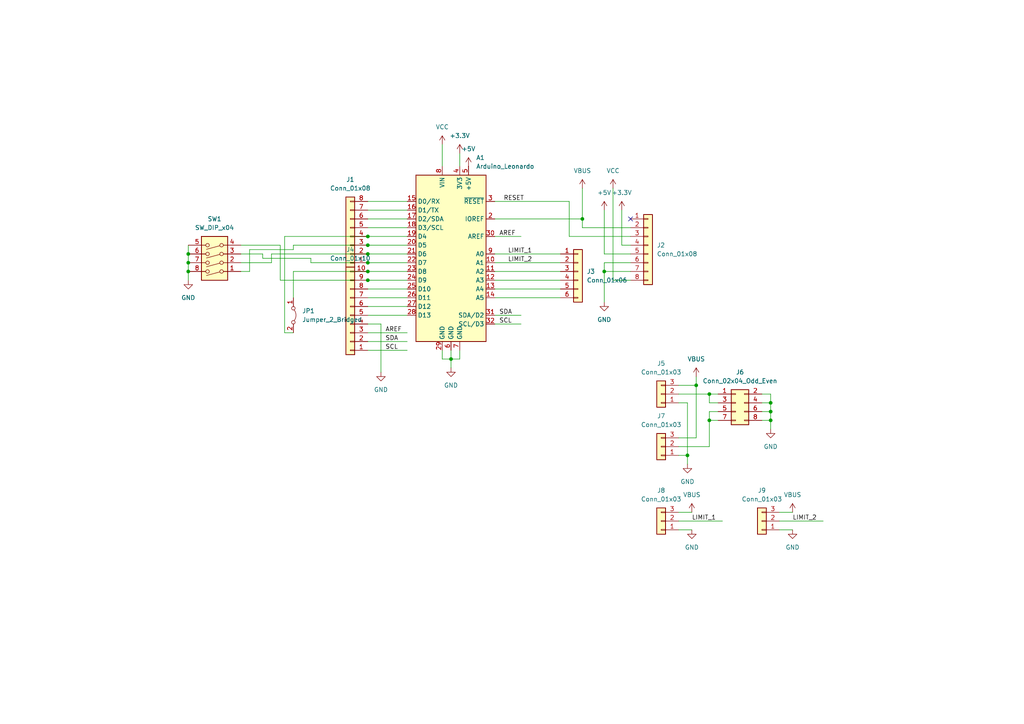
<source format=kicad_sch>
(kicad_sch (version 20231120) (generator "eeschema") (generator_version "8.0")
  (paper "A4")
  (lib_symbols
    (symbol "Connector_Generic:Conn_01x03" (pin_names (offset 1.016) hide)
      (property "Reference" "J" (at 0 5.08 0))
      (property "Value" "Conn_01x03" (at 0 -5.08 0))
      (symbol "Conn_01x03_1_1"
        (rectangle (start -1.27 -2.413) (end 0 -2.667) (stroke (width 0.1524)))
        (rectangle (start -1.27 0.127) (end 0 -0.127) (stroke (width 0.1524)))
        (rectangle (start -1.27 2.667) (end 0 2.413) (stroke (width 0.1524)))
        (rectangle (start -1.27 3.81) (end 1.27 -3.81) (stroke (width 0.254)) (fill (type background)))
        (pin passive line (at -5.08 2.54 0) (length 3.81) (name "Pin_1") (number "1"))
        (pin passive line (at -5.08 0 0) (length 3.81) (name "Pin_2") (number "2"))
        (pin passive line (at -5.08 -2.54 0) (length 3.81) (name "Pin_3") (number "3"))
      )
    )
    (symbol "Connector_Generic:Conn_01x06" (pin_names (offset 1.016) hide)
      (property "Reference" "J" (at 0 7.62 0))
      (property "Value" "Conn_01x06" (at 0 -10.16 0))
      (symbol "Conn_01x06_1_1"
        (rectangle (start -1.27 -7.493) (end 0 -7.747) (stroke (width 0.1524)))
        (rectangle (start -1.27 -4.953) (end 0 -5.207) (stroke (width 0.1524)))
        (rectangle (start -1.27 -2.413) (end 0 -2.667) (stroke (width 0.1524)))
        (rectangle (start -1.27 0.127) (end 0 -0.127) (stroke (width 0.1524)))
        (rectangle (start -1.27 2.667) (end 0 2.413) (stroke (width 0.1524)))
        (rectangle (start -1.27 5.207) (end 0 4.953) (stroke (width 0.1524)))
        (rectangle (start -1.27 6.35) (end 1.27 -8.89) (stroke (width 0.254)) (fill (type background)))
        (pin passive line (at -5.08 5.08 0) (length 3.81) (name "Pin_1") (number "1"))
        (pin passive line (at -5.08 2.54 0) (length 3.81) (name "Pin_2") (number "2"))
        (pin passive line (at -5.08 0 0) (length 3.81) (name "Pin_3") (number "3"))
        (pin passive line (at -5.08 -2.54 0) (length 3.81) (name "Pin_4") (number "4"))
        (pin passive line (at -5.08 -5.08 0) (length 3.81) (name "Pin_5") (number "5"))
        (pin passive line (at -5.08 -7.62 0) (length 3.81) (name "Pin_6") (number "6"))
      )
    )
    (symbol "Connector_Generic:Conn_01x08" (pin_names (offset 1.016) hide)
      (property "Reference" "J" (at 0 10.16 0))
      (property "Value" "Conn_01x08" (at 0 -12.7 0))
      (symbol "Conn_01x08_1_1"
        (rectangle (start -1.27 -10.033) (end 0 -10.287) (stroke (width 0.1524)))
        (rectangle (start -1.27 -7.493) (end 0 -7.747) (stroke (width 0.1524)))
        (rectangle (start -1.27 -4.953) (end 0 -5.207) (stroke (width 0.1524)))
        (rectangle (start -1.27 -2.413) (end 0 -2.667) (stroke (width 0.1524)))
        (rectangle (start -1.27 0.127) (end 0 -0.127) (stroke (width 0.1524)))
        (rectangle (start -1.27 2.667) (end 0 2.413) (stroke (width 0.1524)))
        (rectangle (start -1.27 5.207) (end 0 4.953) (stroke (width 0.1524)))
        (rectangle (start -1.27 7.747) (end 0 7.493) (stroke (width 0.1524)))
        (rectangle (start -1.27 8.89) (end 1.27 -11.43) (stroke (width 0.254)) (fill (type background)))
        (pin passive line (at -5.08 7.62 0) (length 3.81) (name "Pin_1") (number "1"))
        (pin passive line (at -5.08 5.08 0) (length 3.81) (name "Pin_2") (number "2"))
        (pin passive line (at -5.08 2.54 0) (length 3.81) (name "Pin_3") (number "3"))
        (pin passive line (at -5.08 0 0) (length 3.81) (name "Pin_4") (number "4"))
        (pin passive line (at -5.08 -2.54 0) (length 3.81) (name "Pin_5") (number "5"))
        (pin passive line (at -5.08 -5.08 0) (length 3.81) (name "Pin_6") (number "6"))
        (pin passive line (at -5.08 -7.62 0) (length 3.81) (name "Pin_7") (number "7"))
        (pin passive line (at -5.08 -10.16 0) (length 3.81) (name "Pin_8") (number "8"))
      )
    )
    (symbol "Connector_Generic:Conn_01x10" (pin_names (offset 1.016) hide)
      (property "Reference" "J" (at 0 12.7 0))
      (property "Value" "Conn_01x10" (at 0 -15.24 0))
      (symbol "Conn_01x10_1_1"
        (rectangle (start -1.27 -12.573) (end 0 -12.827) (stroke (width 0.1524)))
        (rectangle (start -1.27 -10.033) (end 0 -10.287) (stroke (width 0.1524)))
        (rectangle (start -1.27 -7.493) (end 0 -7.747) (stroke (width 0.1524)))
        (rectangle (start -1.27 -4.953) (end 0 -5.207) (stroke (width 0.1524)))
        (rectangle (start -1.27 -2.413) (end 0 -2.667) (stroke (width 0.1524)))
        (rectangle (start -1.27 0.127) (end 0 -0.127) (stroke (width 0.1524)))
        (rectangle (start -1.27 2.667) (end 0 2.413) (stroke (width 0.1524)))
        (rectangle (start -1.27 5.207) (end 0 4.953) (stroke (width 0.1524)))
        (rectangle (start -1.27 7.747) (end 0 7.493) (stroke (width 0.1524)))
        (rectangle (start -1.27 10.287) (end 0 10.033) (stroke (width 0.1524)))
        (rectangle (start -1.27 11.43) (end 1.27 -13.97) (stroke (width 0.254)) (fill (type background)))
        (pin passive line (at -5.08 10.16 0) (length 3.81) (name "Pin_1") (number "1"))
        (pin passive line (at -5.08 -12.7 0) (length 3.81) (name "Pin_10") (number "10"))
        (pin passive line (at -5.08 7.62 0) (length 3.81) (name "Pin_2") (number "2"))
        (pin passive line (at -5.08 5.08 0) (length 3.81) (name "Pin_3") (number "3"))
        (pin passive line (at -5.08 2.54 0) (length 3.81) (name "Pin_4") (number "4"))
        (pin passive line (at -5.08 0 0) (length 3.81) (name "Pin_5") (number "5"))
        (pin passive line (at -5.08 -2.54 0) (length 3.81) (name "Pin_6") (number "6"))
        (pin passive line (at -5.08 -5.08 0) (length 3.81) (name "Pin_7") (number "7"))
        (pin passive line (at -5.08 -7.62 0) (length 3.81) (name "Pin_8") (number "8"))
        (pin passive line (at -5.08 -10.16 0) (length 3.81) (name "Pin_9") (number "9"))
      )
    )
    (symbol "Connector_Generic:Conn_02x04_Odd_Even" (pin_names (offset 1.016) hide)
      (property "Reference" "J" (at 1.27 5.08 0))
      (property "Value" "Conn_02x04_Odd_Even" (at 1.27 -7.62 0))
      (symbol "Conn_02x04_Odd_Even_1_1"
        (rectangle (start -1.27 -4.953) (end 0 -5.207) (stroke (width 0.1524)))
        (rectangle (start -1.27 -2.413) (end 0 -2.667) (stroke (width 0.1524)))
        (rectangle (start -1.27 0.127) (end 0 -0.127) (stroke (width 0.1524)))
        (rectangle (start -1.27 2.667) (end 0 2.413) (stroke (width 0.1524)))
        (rectangle (start -1.27 3.81) (end 3.81 -6.35) (stroke (width 0.254)) (fill (type background)))
        (rectangle (start 3.81 -4.953) (end 2.54 -5.207) (stroke (width 0.1524)))
        (rectangle (start 3.81 -2.413) (end 2.54 -2.667) (stroke (width 0.1524)))
        (rectangle (start 3.81 0.127) (end 2.54 -0.127) (stroke (width 0.1524)))
        (rectangle (start 3.81 2.667) (end 2.54 2.413) (stroke (width 0.1524)))
        (pin passive line (at -5.08 2.54 0) (length 3.81) (name "Pin_1") (number "1"))
        (pin passive line (at 7.62 2.54 180) (length 3.81) (name "Pin_2") (number "2"))
        (pin passive line (at -5.08 0 0) (length 3.81) (name "Pin_3") (number "3"))
        (pin passive line (at 7.62 0 180) (length 3.81) (name "Pin_4") (number "4"))
        (pin passive line (at -5.08 -2.54 0) (length 3.81) (name "Pin_5") (number "5"))
        (pin passive line (at 7.62 -2.54 180) (length 3.81) (name "Pin_6") (number "6"))
        (pin passive line (at -5.08 -5.08 0) (length 3.81) (name "Pin_7") (number "7"))
        (pin passive line (at 7.62 -5.08 180) (length 3.81) (name "Pin_8") (number "8"))
      )
    )
    (symbol "Jumper:Jumper_2_Bridged" (pin_names (offset 0) hide)
      (property "Reference" "JP" (at 0 1.905 0))
      (property "Value" "Jumper_2_Bridged" (at 0 -2.54 0))
      (symbol "Jumper_2_Bridged_0_0"
        (circle (center -2.032 0) (radius 0.508))
        (circle (center 2.032 0) (radius 0.508))
      )
      (symbol "Jumper_2_Bridged_0_1"
        (arc (start 1.524 0.254) (mid 0 0.762) (end -1.524 0.254))
      )
      (symbol "Jumper_2_Bridged_1_1"
        (pin passive line (at -5.08 0 0) (length 2.54) (name "A") (number "1"))
        (pin passive line (at 5.08 0 180) (length 2.54) (name "B") (number "2"))
      )
    )
    (symbol "MCU_Module:Arduino_Leonardo"
      (property "Reference" "A" (at -10.16 23.495 0))
      (property "Value" "Arduino_Leonardo" (at 5.08 -26.67 0))
      (symbol "Arduino_Leonardo_0_1"
        (rectangle (start -10.16 22.86) (end 10.16 -25.4) (stroke (width 0.254)) (fill (type background)))
      )
      (symbol "Arduino_Leonardo_1_1"
        (pin no_connect line (at -10.16 -20.32 0) (length 2.54) hide (name "NC") (number "1"))
        (pin bidirectional line (at 12.7 -2.54 180) (length 2.54) (name "A1") (number "10"))
        (pin bidirectional line (at 12.7 -5.08 180) (length 2.54) (name "A2") (number "11"))
        (pin bidirectional line (at 12.7 -7.62 180) (length 2.54) (name "A3") (number "12"))
        (pin bidirectional line (at 12.7 -10.16 180) (length 2.54) (name "A4") (number "13"))
        (pin bidirectional line (at 12.7 -12.7 180) (length 2.54) (name "A5") (number "14"))
        (pin bidirectional line (at -12.7 15.24 0) (length 2.54) (name "D0/RX") (number "15"))
        (pin bidirectional line (at -12.7 12.7 0) (length 2.54) (name "D1/TX") (number "16"))
        (pin bidirectional line (at -12.7 10.16 0) (length 2.54) (name "D2/SDA") (number "17"))
        (pin bidirectional line (at -12.7 7.62 0) (length 2.54) (name "D3/SCL") (number "18"))
        (pin bidirectional line (at -12.7 5.08 0) (length 2.54) (name "D4") (number "19"))
        (pin output line (at 12.7 10.16 180) (length 2.54) (name "IOREF") (number "2"))
        (pin bidirectional line (at -12.7 2.54 0) (length 2.54) (name "D5") (number "20"))
        (pin bidirectional line (at -12.7 0 0) (length 2.54) (name "D6") (number "21"))
        (pin bidirectional line (at -12.7 -2.54 0) (length 2.54) (name "D7") (number "22"))
        (pin bidirectional line (at -12.7 -5.08 0) (length 2.54) (name "D8") (number "23"))
        (pin bidirectional line (at -12.7 -7.62 0) (length 2.54) (name "D9") (number "24"))
        (pin bidirectional line (at -12.7 -10.16 0) (length 2.54) (name "D10") (number "25"))
        (pin bidirectional line (at -12.7 -12.7 0) (length 2.54) (name "D11") (number "26"))
        (pin bidirectional line (at -12.7 -15.24 0) (length 2.54) (name "D12") (number "27"))
        (pin bidirectional line (at -12.7 -17.78 0) (length 2.54) (name "D13") (number "28"))
        (pin power_in line (at -2.54 -27.94 90) (length 2.54) (name "GND") (number "29"))
        (pin input line (at 12.7 15.24 180) (length 2.54) (name "~{RESET}") (number "3"))
        (pin input line (at 12.7 5.08 180) (length 2.54) (name "AREF") (number "30"))
        (pin bidirectional line (at 12.7 -17.78 180) (length 2.54) (name "SDA/D2") (number "31"))
        (pin bidirectional line (at 12.7 -20.32 180) (length 2.54) (name "SCL/D3") (number "32"))
        (pin power_out line (at 2.54 25.4 270) (length 2.54) (name "3V3") (number "4"))
        (pin power_out line (at 5.08 25.4 270) (length 2.54) (name "+5V") (number "5"))
        (pin power_in line (at 0 -27.94 90) (length 2.54) (name "GND") (number "6"))
        (pin power_in line (at 2.54 -27.94 90) (length 2.54) (name "GND") (number "7"))
        (pin power_in line (at -2.54 25.4 270) (length 2.54) (name "VIN") (number "8"))
        (pin bidirectional line (at 12.7 0 180) (length 2.54) (name "A0") (number "9"))
      )
    )
    (symbol "Switch:SW_DIP_x04" (pin_names (offset 0) hide)
      (property "Reference" "SW" (at 0 8.89 0))
      (property "Value" "SW_DIP_x04" (at 0 -6.35 0))
      (symbol "SW_DIP_x04_0_0"
        (circle (center -2.032 -2.54) (radius 0.508))
        (circle (center -2.032 0) (radius 0.508))
        (circle (center -2.032 2.54) (radius 0.508))
        (circle (center -2.032 5.08) (radius 0.508))
        (polyline (pts (xy -1.524 -2.3876) (xy 2.3622 -1.3462)))
        (polyline (pts (xy -1.524 0.127) (xy 2.3622 1.1684)))
        (polyline (pts (xy -1.524 2.667) (xy 2.3622 3.7084)))
        (polyline (pts (xy -1.524 5.207) (xy 2.3622 6.2484)))
        (circle (center 2.032 -2.54) (radius 0.508))
        (circle (center 2.032 0) (radius 0.508))
        (circle (center 2.032 2.54) (radius 0.508))
        (circle (center 2.032 5.08) (radius 0.508))
      )
      (symbol "SW_DIP_x04_0_1"
        (rectangle (start -3.81 7.62) (end 3.81 -5.08) (stroke (width 0.254)) (fill (type background)))
      )
      (symbol "SW_DIP_x04_1_1"
        (pin passive line (at -7.62 5.08 0) (length 5.08) (name "~") (number "1"))
        (pin passive line (at -7.62 2.54 0) (length 5.08) (name "~") (number "2"))
        (pin passive line (at -7.62 0 0) (length 5.08) (name "~") (number "3"))
        (pin passive line (at -7.62 -2.54 0) (length 5.08) (name "~") (number "4"))
        (pin passive line (at 7.62 -2.54 180) (length 5.08) (name "~") (number "5"))
        (pin passive line (at 7.62 0 180) (length 5.08) (name "~") (number "6"))
        (pin passive line (at 7.62 2.54 180) (length 5.08) (name "~") (number "7"))
        (pin passive line (at 7.62 5.08 180) (length 5.08) (name "~") (number "8"))
      )
    )
    (symbol "power:+3.3V" (power) (pin_numbers hide) (pin_names (offset 0) hide)
      (property "Value" "+3.3V" (at 0 3.556 0))
      (symbol "+3.3V_0_1"
        (polyline (pts (xy -0.762 1.27) (xy 0 2.54)))
        (polyline (pts (xy 0 0) (xy 0 2.54)))
        (polyline (pts (xy 0 2.54) (xy 0.762 1.27)))
      )
      (symbol "+3.3V_1_1"
        (pin power_in line (at 0 0 90) (length 0) (name "~") (number "1"))
      )
    )
    (symbol "power:+5V" (power) (pin_numbers hide) (pin_names (offset 0) hide)
      (property "Value" "+5V" (at 0 3.556 0))
      (symbol "+5V_0_1"
        (polyline (pts (xy -0.762 1.27) (xy 0 2.54)))
        (polyline (pts (xy 0 0) (xy 0 2.54)))
        (polyline (pts (xy 0 2.54) (xy 0.762 1.27)))
      )
      (symbol "+5V_1_1"
        (pin power_in line (at 0 0 90) (length 0) (name "~") (number "1"))
      )
    )
    (symbol "power:GND" (power) (pin_names (offset 0))
      (property "Value" "GND" (at 0 -3.81 0))
      (symbol "GND_0_1"
        (polyline (pts (xy 0 0) (xy 0 -1.27) (xy 1.27 -1.27) (xy 0 -2.54) (xy -1.27 -1.27) (xy 0 -1.27)))
      )
      (symbol "GND_1_1"
        (pin power_in line (at 0 0 270) (length 0) hide (name "GND") (number "1"))
      )
    )
    (symbol "power:VBUS" (power) (pin_numbers hide) (pin_names (offset 0) hide)
      (property "Value" "VBUS" (at 0 3.556 0))
      (symbol "VBUS_0_1"
        (polyline (pts (xy -0.762 1.27) (xy 0 2.54)))
        (polyline (pts (xy 0 0) (xy 0 2.54)))
        (polyline (pts (xy 0 2.54) (xy 0.762 1.27)))
      )
      (symbol "VBUS_1_1"
        (pin power_in line (at 0 0 90) (length 0) (name "~") (number "1"))
      )
    )
    (symbol "power:VCC" (power) (pin_names (offset 0))
      (property "Value" "VCC" (at 0 3.81 0))
      (symbol "VCC_0_1"
        (polyline (pts (xy -0.762 1.27) (xy 0 2.54)))
        (polyline (pts (xy 0 0) (xy 0 2.54)))
        (polyline (pts (xy 0 2.54) (xy 0.762 1.27)))
      )
      (symbol "VCC_1_1"
        (pin power_in line (at 0 0 90) (length 0) hide (name "VCC") (number "1"))
      )
    )
  )
  (junction (at 106.68 68.58))
  (junction (at 223.52 119.38))
  (junction (at 106.68 78.74))
  (junction (at 201.93 111.76))
  (junction (at 205.74 114.3))
  (junction (at 175.26 78.74))
  (junction (at 130.81 104.14))
  (junction (at 106.68 73.66))
  (junction (at 54.61 78.74))
  (junction (at 168.91 63.5))
  (junction (at 205.74 121.92))
  (junction (at 106.68 71.12))
  (junction (at 106.68 81.28))
  (junction (at 199.39 132.08))
  (junction (at 54.61 73.66))
  (junction (at 106.68 76.2))
  (junction (at 223.52 116.84))
  (junction (at 54.61 76.2))
  (junction (at 223.52 121.92))
  (no_connect (at 182.88 63.5))
  (wire (pts (xy 81.28 71.12) (xy 69.85 71.12)))
  (wire (pts (xy 223.52 119.38) (xy 223.52 121.92)))
  (wire (pts (xy 106.68 78.74) (xy 118.11 78.74)))
  (wire (pts (xy 182.88 73.66) (xy 175.26 73.66)))
  (wire (pts (xy 175.26 60.96) (xy 175.26 73.66)))
  (wire (pts (xy 208.28 114.3) (xy 205.74 114.3)))
  (wire (pts (xy 54.61 71.12) (xy 54.61 73.66)))
  (wire (pts (xy 76.2 73.66) (xy 76.2 74.93)))
  (wire (pts (xy 106.68 71.12) (xy 118.11 71.12)))
  (wire (pts (xy 76.2 74.93) (xy 90.17 74.93)))
  (wire (pts (xy 201.93 111.76) (xy 201.93 109.22)))
  (wire (pts (xy 110.49 93.98) (xy 110.49 107.95)))
  (wire (pts (xy 106.68 63.5) (xy 118.11 63.5)))
  (wire (pts (xy 196.85 148.59) (xy 200.66 148.59)))
  (wire (pts (xy 106.68 68.58) (xy 82.55 68.58)))
  (wire (pts (xy 182.88 81.28) (xy 177.8 81.28)))
  (wire (pts (xy 106.68 96.52) (xy 118.11 96.52)))
  (wire (pts (xy 226.06 151.13) (xy 238.76 151.13)))
  (wire (pts (xy 69.85 73.66) (xy 76.2 73.66)))
  (wire (pts (xy 196.85 132.08) (xy 199.39 132.08)))
  (wire (pts (xy 168.91 66.04) (xy 168.91 63.5)))
  (wire (pts (xy 175.26 78.74) (xy 175.26 87.63)))
  (wire (pts (xy 143.51 86.36) (xy 162.56 86.36)))
  (wire (pts (xy 201.93 127) (xy 201.93 111.76)))
  (wire (pts (xy 220.98 121.92) (xy 223.52 121.92)))
  (wire (pts (xy 54.61 73.66) (xy 54.61 76.2)))
  (wire (pts (xy 82.55 68.58) (xy 82.55 96.52)))
  (wire (pts (xy 106.68 81.28) (xy 118.11 81.28)))
  (wire (pts (xy 106.68 73.66) (xy 118.11 73.66)))
  (wire (pts (xy 130.81 104.14) (xy 133.35 104.14)))
  (wire (pts (xy 106.68 88.9) (xy 118.11 88.9)))
  (wire (pts (xy 106.68 86.36) (xy 118.11 86.36)))
  (wire (pts (xy 165.1 68.58) (xy 165.1 58.42)))
  (wire (pts (xy 196.85 111.76) (xy 201.93 111.76)))
  (wire (pts (xy 143.51 93.98) (xy 151.13 93.98)))
  (wire (pts (xy 130.81 101.6) (xy 130.81 104.14)))
  (wire (pts (xy 106.68 81.28) (xy 81.28 81.28)))
  (wire (pts (xy 223.52 114.3) (xy 223.52 116.84)))
  (wire (pts (xy 81.28 71.12) (xy 81.28 81.28)))
  (wire (pts (xy 85.09 71.12) (xy 106.68 71.12)))
  (wire (pts (xy 223.52 116.84) (xy 223.52 119.38)))
  (wire (pts (xy 196.85 114.3) (xy 205.74 114.3)))
  (wire (pts (xy 205.74 121.92) (xy 208.28 121.92)))
  (wire (pts (xy 226.06 148.59) (xy 229.87 148.59)))
  (wire (pts (xy 182.88 71.12) (xy 180.34 71.12)))
  (wire (pts (xy 180.34 60.96) (xy 180.34 71.12)))
  (wire (pts (xy 54.61 78.74) (xy 54.61 81.28)))
  (wire (pts (xy 106.68 66.04) (xy 118.11 66.04)))
  (wire (pts (xy 205.74 129.54) (xy 205.74 121.92)))
  (wire (pts (xy 143.51 81.28) (xy 162.56 81.28)))
  (wire (pts (xy 143.51 91.44) (xy 151.13 91.44)))
  (wire (pts (xy 133.35 101.6) (xy 133.35 104.14)))
  (wire (pts (xy 205.74 114.3) (xy 205.74 116.84)))
  (wire (pts (xy 205.74 116.84) (xy 208.28 116.84)))
  (wire (pts (xy 196.85 127) (xy 201.93 127)))
  (wire (pts (xy 196.85 151.13) (xy 209.55 151.13)))
  (wire (pts (xy 106.68 101.6) (xy 118.11 101.6)))
  (wire (pts (xy 72.39 72.39) (xy 85.09 72.39)))
  (wire (pts (xy 90.17 74.93) (xy 90.17 76.2)))
  (wire (pts (xy 182.88 76.2) (xy 175.26 76.2)))
  (wire (pts (xy 208.28 119.38) (xy 205.74 119.38)))
  (wire (pts (xy 143.51 78.74) (xy 162.56 78.74)))
  (wire (pts (xy 220.98 116.84) (xy 223.52 116.84)))
  (wire (pts (xy 177.8 54.61) (xy 177.8 81.28)))
  (wire (pts (xy 54.61 76.2) (xy 54.61 78.74)))
  (wire (pts (xy 168.91 54.61) (xy 168.91 63.5)))
  (wire (pts (xy 199.39 116.84) (xy 199.39 132.08)))
  (wire (pts (xy 106.68 76.2) (xy 118.11 76.2)))
  (wire (pts (xy 106.68 91.44) (xy 118.11 91.44)))
  (wire (pts (xy 223.52 121.92) (xy 223.52 124.46)))
  (wire (pts (xy 143.51 83.82) (xy 162.56 83.82)))
  (wire (pts (xy 182.88 66.04) (xy 168.91 66.04)))
  (wire (pts (xy 143.51 73.66) (xy 162.56 73.66)))
  (wire (pts (xy 128.27 101.6) (xy 128.27 104.14)))
  (wire (pts (xy 226.06 153.67) (xy 229.87 153.67)))
  (wire (pts (xy 85.09 72.39) (xy 85.09 71.12)))
  (wire (pts (xy 220.98 119.38) (xy 223.52 119.38)))
  (wire (pts (xy 175.26 76.2) (xy 175.26 78.74)))
  (wire (pts (xy 175.26 78.74) (xy 182.88 78.74)))
  (wire (pts (xy 106.68 99.06) (xy 118.11 99.06)))
  (wire (pts (xy 130.81 104.14) (xy 130.81 106.68)))
  (wire (pts (xy 199.39 132.08) (xy 199.39 134.62)))
  (wire (pts (xy 143.51 58.42) (xy 165.1 58.42)))
  (wire (pts (xy 106.68 60.96) (xy 118.11 60.96)))
  (wire (pts (xy 196.85 129.54) (xy 205.74 129.54)))
  (wire (pts (xy 196.85 116.84) (xy 199.39 116.84)))
  (wire (pts (xy 106.68 68.58) (xy 118.11 68.58)))
  (wire (pts (xy 133.35 44.45) (xy 133.35 48.26)))
  (wire (pts (xy 90.17 76.2) (xy 106.68 76.2)))
  (wire (pts (xy 143.51 76.2) (xy 162.56 76.2)))
  (wire (pts (xy 205.74 119.38) (xy 205.74 121.92)))
  (wire (pts (xy 72.39 78.74) (xy 72.39 72.39)))
  (wire (pts (xy 69.85 78.74) (xy 72.39 78.74)))
  (wire (pts (xy 143.51 63.5) (xy 168.91 63.5)))
  (wire (pts (xy 106.68 78.74) (xy 85.09 78.74)))
  (wire (pts (xy 85.09 78.74) (xy 85.09 86.36)))
  (wire (pts (xy 82.55 96.52) (xy 85.09 96.52)))
  (wire (pts (xy 143.51 68.58) (xy 151.13 68.58)))
  (wire (pts (xy 165.1 68.58) (xy 182.88 68.58)))
  (wire (pts (xy 106.68 93.98) (xy 110.49 93.98)))
  (wire (pts (xy 78.74 73.66) (xy 106.68 73.66)))
  (wire (pts (xy 78.74 76.2) (xy 78.74 73.66)))
  (wire (pts (xy 106.68 83.82) (xy 118.11 83.82)))
  (wire (pts (xy 220.98 114.3) (xy 223.52 114.3)))
  (wire (pts (xy 196.85 153.67) (xy 200.66 153.67)))
  (wire (pts (xy 128.27 104.14) (xy 130.81 104.14)))
  (wire (pts (xy 106.68 58.42) (xy 118.11 58.42)))
  (wire (pts (xy 69.85 76.2) (xy 78.74 76.2)))
  (wire (pts (xy 128.27 41.91) (xy 128.27 48.26)))
  (label "SCL" (at 144.78 93.98 0))
  (label "AREF" (at 144.78 68.58 0))
  (label "SDA" (at 111.76 99.06 0))
  (label "RESET" (at 146.05 58.42 0))
  (label "SDA" (at 144.78 91.44 0))
  (label "LIMIT_2" (at 147.32 76.2 0))
  (label "LIMIT_1" (at 147.32 73.66 0))
  (label "LIMIT_2" (at 229.87 151.13 0))
  (label "AREF" (at 111.76 96.52 0))
  (label "SCL" (at 111.76 101.6 0))
  (label "LIMIT_1" (at 200.66 151.13 0))
  (symbol (lib_id "power:+5V") (at 175.26 60.96 0) (unit 1)
    (property "Reference" "#PWR06" (effects (hide yes)))
    (property "Value" "+5V" (at 175.26 55.88 0))
    (property "Description" "Power symbol creates a global label with name \"+5V\"" (effects (hide yes)))
  )
  (symbol (lib_id "Connector_Generic:Conn_01x10") (at 101.6 91.44 180) (unit 1)
    (property "Reference" "J4" (at 101.6 72.39 0))
    (property "Value" "Conn_01x10" (at 101.6 74.93 0))
    (property "Footprint" "Connector_PinSocket_2.54mm:PinSocket_1x10_P2.54mm_Vertical" (effects (hide yes)))
    (property "Description" "Generic connector, single row, 01x10, script generated (kicad-library-utils/schlib/autogen/connector/)" (effects (hide yes)))
  )
  (symbol (lib_id "Connector_Generic:Conn_01x03") (at 220.98 151.13 180) (unit 1)
    (property "Reference" "J9" (at 220.98 142.24 0))
    (property "Value" "Conn_01x03" (at 220.98 144.78 0))
    (property "Footprint" "Connector_JST:JST_XA_B03B-XASK-1_1x03_P2.50mm_Vertical" (effects (hide yes)))
  )
  (symbol (lib_id "MCU_Module:Arduino_Leonardo") (at 130.81 73.66 0) (unit 1)
    (property "Reference" "A1" (at 138.0841 45.72 0) (effects (justify left)))
    (property "Value" "Arduino_Leonardo" (at 138.0841 48.26 0) (effects (justify left)))
    (property "Footprint" "Module:Arduino_UNO_R3" (effects (hide yes)))
    (property "Datasheet" "https://www.arduino.cc/en/Main/ArduinoBoardLeonardo" (effects (hide yes)))
  )
  (symbol (lib_id "power:GND") (at 175.26 87.63 0) (unit 1)
    (property "Reference" "#PWR09" (effects (hide yes)))
    (property "Value" "GND" (at 175.26 92.71 0))
  )
  (symbol (lib_id "power:+3.3V") (at 133.35 44.45 0) (unit 1)
    (property "Reference" "#PWR02" (effects (hide yes)))
    (property "Value" "+3.3V" (at 133.35 39.37 0))
    (property "Description" "Power symbol creates a global label with name \"+3.3V\"" (effects (hide yes)))
  )
  (symbol (lib_id "power:GND") (at 223.52 124.46 0) (unit 1)
    (property "Reference" "#PWR013" (effects (hide yes)))
    (property "Value" "GND" (at 223.52 129.54 0))
  )
  (symbol (lib_id "power:VCC") (at 177.8 54.61 0) (unit 1)
    (property "Reference" "#PWR05" (effects (hide yes)))
    (property "Value" "VCC" (at 177.8 49.53 0))
  )
  (symbol (lib_id "power:VBUS") (at 168.91 54.61 0) (unit 1)
    (property "Reference" "#PWR04" (effects (hide yes)))
    (property "Value" "VBUS" (at 168.91 49.53 0))
    (property "Description" "Power symbol creates a global label with name \"VBUS\"" (effects (hide yes)))
  )
  (symbol (lib_id "power:GND") (at 200.66 153.67 0) (unit 1)
    (property "Reference" "#PWR017" (effects (hide yes)))
    (property "Value" "GND" (at 200.66 158.75 0))
  )
  (symbol (lib_id "Connector_Generic:Conn_01x06") (at 167.64 78.74 0) (unit 1)
    (property "Reference" "J3" (at 170.18 78.7399 0) (effects (justify left)))
    (property "Value" "Conn_01x06" (at 170.18 81.2799 0) (effects (justify left)))
    (property "Footprint" "Connector_PinSocket_2.54mm:PinSocket_1x06_P2.54mm_Vertical" (effects (hide yes)))
    (property "Description" "Generic connector, single row, 01x06, script generated (kicad-library-utils/schlib/autogen/connector/)" (effects (hide yes)))
  )
  (symbol (lib_id "power:VBUS") (at 200.66 148.59 0) (unit 1)
    (property "Reference" "#PWR015" (effects (hide yes)))
    (property "Value" "VBUS" (at 200.66 143.51 0))
    (property "Description" "Power symbol creates a global label with name \"VBUS\"" (effects (hide yes)))
  )
  (symbol (lib_id "Jumper:Jumper_2_Bridged") (at 85.09 91.44 270) (unit 1)
    (property "Reference" "JP1" (at 87.63 90.17 90) (effects (justify left)))
    (property "Value" "Jumper_2_Bridged" (at 87.63 92.71 90) (effects (justify left)))
    (property "Footprint" "Jumper:SolderJumper-2_P1.3mm_Bridged_Pad1.0x1.5mm" (effects (hide yes)))
  )
  (symbol (lib_id "power:VBUS") (at 229.87 148.59 0) (unit 1)
    (property "Reference" "#PWR016" (effects (hide yes)))
    (property "Value" "VBUS" (at 229.87 143.51 0))
    (property "Description" "Power symbol creates a global label with name \"VBUS\"" (effects (hide yes)))
  )
  (symbol (lib_id "Connector_Generic:Conn_01x08") (at 187.96 71.12 0) (unit 1)
    (property "Reference" "J2" (at 190.5 71.1199 0) (effects (justify left)))
    (property "Value" "Conn_01x08" (at 190.5 73.6599 0) (effects (justify left)))
    (property "Footprint" "Connector_PinSocket_2.54mm:PinSocket_1x08_P2.54mm_Vertical" (effects (hide yes)))
    (property "Description" "Generic connector, single row, 01x08, script generated (kicad-library-utils/schlib/autogen/connector/)" (effects (hide yes)))
  )
  (symbol (lib_id "power:GND") (at 130.81 106.68 0) (unit 1)
    (property "Reference" "#PWR010" (effects (hide yes)))
    (property "Value" "GND" (at 130.81 111.76 0))
  )
  (symbol (lib_id "power:GND") (at 229.87 153.67 0) (unit 1)
    (property "Reference" "#PWR018" (effects (hide yes)))
    (property "Value" "GND" (at 229.87 158.75 0))
  )
  (symbol (lib_id "Connector_Generic:Conn_01x08") (at 101.6 68.58 180) (unit 1)
    (property "Reference" "J1" (at 101.6 52.07 0))
    (property "Value" "Conn_01x08" (at 101.6 54.61 0))
    (property "Footprint" "Connector_PinSocket_2.54mm:PinSocket_1x08_P2.54mm_Vertical" (effects (hide yes)))
    (property "Description" "Generic connector, single row, 01x08, script generated (kicad-library-utils/schlib/autogen/connector/)" (effects (hide yes)))
  )
  (symbol (lib_id "power:GND") (at 199.39 134.62 0) (unit 1)
    (property "Reference" "#PWR014" (effects (hide yes)))
    (property "Value" "GND" (at 199.39 139.7 0))
  )
  (symbol (lib_id "power:VCC") (at 128.27 41.91 0) (unit 1)
    (property "Reference" "#PWR01" (effects (hide yes)))
    (property "Value" "VCC" (at 128.27 36.83 0))
  )
  (symbol (lib_id "Connector_Generic:Conn_01x03") (at 191.77 129.54 180) (unit 1)
    (property "Reference" "J7" (at 191.77 120.65 0))
    (property "Value" "Conn_01x03" (at 191.77 123.19 0))
    (property "Footprint" "Connector_JST:JST_XA_B03B-XASK-1_1x03_P2.50mm_Vertical" (effects (hide yes)))
  )
  (symbol (lib_id "Connector_Generic:Conn_01x03") (at 191.77 114.3 180) (unit 1)
    (property "Reference" "J5" (at 191.77 105.41 0))
    (property "Value" "Conn_01x03" (at 191.77 107.95 0))
    (property "Footprint" "Connector_JST:JST_XA_B03B-XASK-1_1x03_P2.50mm_Vertical" (effects (hide yes)))
  )
  (symbol (lib_id "power:+5V") (at 135.89 48.26 0) (unit 1)
    (property "Reference" "#PWR03" (effects (hide yes)))
    (property "Value" "+5V" (at 135.89 43.18 0))
    (property "Description" "Power symbol creates a global label with name \"+5V\"" (effects (hide yes)))
  )
  (symbol (lib_id "Connector_Generic:Conn_01x03") (at 191.77 151.13 180) (unit 1)
    (property "Reference" "J8" (at 191.77 142.24 0))
    (property "Value" "Conn_01x03" (at 191.77 144.78 0))
    (property "Footprint" "Connector_JST:JST_XA_B03B-XASK-1_1x03_P2.50mm_Vertical" (effects (hide yes)))
  )
  (symbol (lib_id "power:VBUS") (at 201.93 109.22 0) (unit 1)
    (property "Reference" "#PWR012" (effects (hide yes)))
    (property "Value" "VBUS" (at 201.93 104.14 0))
    (property "Description" "Power symbol creates a global label with name \"VBUS\"" (effects (hide yes)))
  )
  (symbol (lib_id "power:GND") (at 110.49 107.95 0) (unit 1)
    (property "Reference" "#PWR011" (effects (hide yes)))
    (property "Value" "GND" (at 110.49 113.03 0))
  )
  (symbol (lib_id "power:+3.3V") (at 180.34 60.96 0) (unit 1)
    (property "Reference" "#PWR07" (effects (hide yes)))
    (property "Value" "+3.3V" (at 180.34 55.88 0))
    (property "Description" "Power symbol creates a global label with name \"+3.3V\"" (effects (hide yes)))
  )
  (symbol (lib_id "Switch:SW_DIP_x04") (at 62.23 73.66 180) (unit 1)
    (property "Reference" "SW1" (at 62.23 63.5 0))
    (property "Value" "SW_DIP_x04" (at 62.23 66.04 0))
    (property "Footprint" "Button_Switch_THT:SW_DIP_SPSTx04_Slide_9.78x12.34mm_W7.62mm_P2.54mm" (effects (hide yes)))
  )
  (symbol (lib_id "Connector_Generic:Conn_02x04_Odd_Even") (at 213.36 116.84 0) (unit 1)
    (property "Reference" "J6" (at 214.63 107.95 0))
    (property "Value" "Conn_02x04_Odd_Even" (at 214.63 110.49 0))
    (property "Footprint" "Connector_PinSocket_2.54mm:PinSocket_2x04_P2.54mm_Vertical" (effects (hide yes)))
  )
  (symbol (lib_id "power:GND") (at 54.61 81.28 0) (unit 1)
    (property "Reference" "#PWR08" (effects (hide yes)))
    (property "Value" "GND" (at 54.61 86.36 0))
  )
)
</source>
